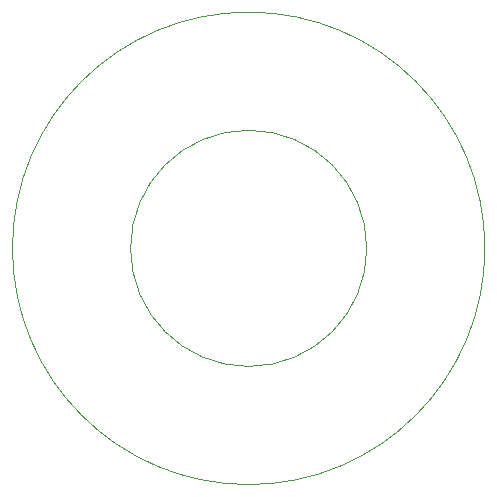
<source format=gbr>
%TF.GenerationSoftware,KiCad,Pcbnew,7.0.10*%
%TF.CreationDate,2024-03-15T11:40:28-04:00*%
%TF.ProjectId,new_base_inner,6e65775f-6261-4736-955f-696e6e65722e,rev?*%
%TF.SameCoordinates,Original*%
%TF.FileFunction,Profile,NP*%
%FSLAX46Y46*%
G04 Gerber Fmt 4.6, Leading zero omitted, Abs format (unit mm)*
G04 Created by KiCad (PCBNEW 7.0.10) date 2024-03-15 11:40:28*
%MOMM*%
%LPD*%
G01*
G04 APERTURE LIST*
%TA.AperFunction,Profile*%
%ADD10C,0.100000*%
%TD*%
G04 APERTURE END LIST*
D10*
X70000000Y-50000000D02*
G75*
G03*
X30000000Y-50000000I-20000000J0D01*
G01*
X30000000Y-50000000D02*
G75*
G03*
X70000000Y-50000000I20000000J0D01*
G01*
X60000000Y-50000000D02*
G75*
G03*
X40000000Y-50000000I-10000000J0D01*
G01*
X40000000Y-50000000D02*
G75*
G03*
X60000000Y-50000000I10000000J0D01*
G01*
M02*

</source>
